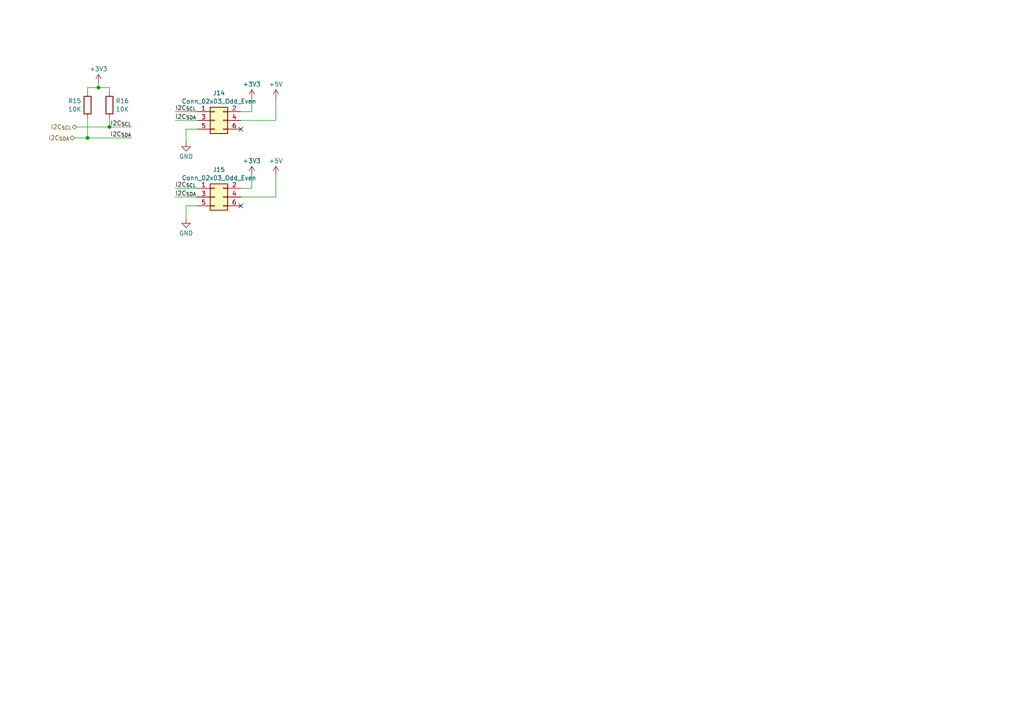
<source format=kicad_sch>
(kicad_sch (version 20231120) (generator "eeschema") (generator_version "8.0")
  (paper "A4")
  (lib_symbols
    (symbol "Connector_Generic:Conn_02x03_Odd_Even" (pin_names (offset 1.016) hide)
      (property "Reference" "J" (at 1.27 5.08 0))
      (property "Value" "Conn_02x03_Odd_Even" (at 1.27 -5.08 0))
      (symbol "Conn_02x03_Odd_Even_1_1"
        (rectangle (start -1.27 -2.413) (end 0 -2.667) (stroke (width 0.1524)))
        (rectangle (start -1.27 0.127) (end 0 -0.127) (stroke (width 0.1524)))
        (rectangle (start -1.27 2.667) (end 0 2.413) (stroke (width 0.1524)))
        (rectangle (start -1.27 3.81) (end 3.81 -3.81) (stroke (width 0.254)) (fill (type background)))
        (rectangle (start 3.81 -2.413) (end 2.54 -2.667) (stroke (width 0.1524)))
        (rectangle (start 3.81 0.127) (end 2.54 -0.127) (stroke (width 0.1524)))
        (rectangle (start 3.81 2.667) (end 2.54 2.413) (stroke (width 0.1524)))
        (pin passive line (at -5.08 2.54 0) (length 3.81) (name "Pin_1") (number "1"))
        (pin passive line (at 7.62 2.54 180) (length 3.81) (name "Pin_2") (number "2"))
        (pin passive line (at -5.08 0 0) (length 3.81) (name "Pin_3") (number "3"))
        (pin passive line (at 7.62 0 180) (length 3.81) (name "Pin_4") (number "4"))
        (pin passive line (at -5.08 -2.54 0) (length 3.81) (name "Pin_5") (number "5"))
        (pin passive line (at 7.62 -2.54 180) (length 3.81) (name "Pin_6") (number "6"))
      )
    )
    (symbol "Device:R" (pin_numbers hide) (pin_names (offset 0))
      (property "Reference" "R" (at 2.032 0 90))
      (property "Value" "R" (at 0 0 90))
      (symbol "R_0_1"
        (rectangle (start -1.016 -2.54) (end 1.016 2.54) (stroke (width 0.254)))
      )
      (symbol "R_1_1"
        (pin passive line (at 0 3.81 270) (length 1.27) (name "~") (number "1"))
        (pin passive line (at 0 -3.81 90) (length 1.27) (name "~") (number "2"))
      )
    )
    (symbol "power:+3V3" (power) (pin_names (offset 0))
      (property "Value" "+3V3" (at 0 3.556 0))
      (symbol "+3V3_0_1"
        (polyline (pts (xy -0.762 1.27) (xy 0 2.54)))
        (polyline (pts (xy 0 0) (xy 0 2.54)))
        (polyline (pts (xy 0 2.54) (xy 0.762 1.27)))
      )
      (symbol "+3V3_1_1"
        (pin power_in line (at 0 0 90) (length 0) hide (name "+3V3") (number "1"))
      )
    )
    (symbol "power:+5V" (power) (pin_names (offset 0))
      (property "Value" "+5V" (at 0 3.556 0))
      (symbol "+5V_0_1"
        (polyline (pts (xy -0.762 1.27) (xy 0 2.54)))
        (polyline (pts (xy 0 0) (xy 0 2.54)))
        (polyline (pts (xy 0 2.54) (xy 0.762 1.27)))
      )
      (symbol "+5V_1_1"
        (pin power_in line (at 0 0 90) (length 0) hide (name "+5V") (number "1"))
      )
    )
    (symbol "power:GND" (power) (pin_names (offset 0))
      (property "Value" "GND" (at 0 -3.81 0))
      (symbol "GND_0_1"
        (polyline (pts (xy 0 0) (xy 0 -1.27) (xy 1.27 -1.27) (xy 0 -2.54) (xy -1.27 -1.27) (xy 0 -1.27)))
      )
      (symbol "GND_1_1"
        (pin power_in line (at 0 0 270) (length 0) hide (name "GND") (number "1"))
      )
    )
  )
  (junction (at 28.575 25.4))
  (junction (at 25.4 40.005))
  (junction (at 31.75 36.83))
  (no_connect (at 69.85 37.465))
  (no_connect (at 69.85 59.69))
  (wire (pts (xy 57.15 59.69) (xy 53.975 59.69)))
  (wire (pts (xy 73.025 28.575) (xy 73.025 32.385)))
  (wire (pts (xy 50.8 32.385) (xy 57.15 32.385)))
  (wire (pts (xy 25.4 26.67) (xy 25.4 25.4)))
  (wire (pts (xy 69.85 34.925) (xy 80.01 34.925)))
  (wire (pts (xy 80.01 28.575) (xy 80.01 34.925)))
  (wire (pts (xy 50.8 57.15) (xy 57.15 57.15)))
  (wire (pts (xy 28.575 25.4) (xy 31.75 25.4)))
  (wire (pts (xy 31.75 36.83) (xy 38.1 36.83)))
  (wire (pts (xy 57.15 37.465) (xy 53.975 37.465)))
  (wire (pts (xy 73.025 50.8) (xy 73.025 54.61)))
  (wire (pts (xy 25.4 25.4) (xy 28.575 25.4)))
  (wire (pts (xy 31.75 34.29) (xy 31.75 36.83)))
  (wire (pts (xy 80.01 50.8) (xy 80.01 57.15)))
  (wire (pts (xy 28.575 24.13) (xy 28.575 25.4)))
  (wire (pts (xy 25.4 40.005) (xy 38.1 40.005)))
  (wire (pts (xy 25.4 34.29) (xy 25.4 40.005)))
  (wire (pts (xy 50.8 54.61) (xy 57.15 54.61)))
  (wire (pts (xy 53.975 59.69) (xy 53.975 63.5)))
  (wire (pts (xy 53.975 37.465) (xy 53.975 41.275)))
  (wire (pts (xy 22.225 36.83) (xy 31.75 36.83)))
  (wire (pts (xy 69.85 32.385) (xy 73.025 32.385)))
  (wire (pts (xy 69.85 57.15) (xy 80.01 57.15)))
  (wire (pts (xy 50.8 34.925) (xy 57.15 34.925)))
  (wire (pts (xy 69.85 54.61) (xy 73.025 54.61)))
  (wire (pts (xy 31.75 26.67) (xy 31.75 25.4)))
  (wire (pts (xy 21.59 40.005) (xy 25.4 40.005)))
  (label "I2C_{SCL}" (at 38.1 36.83 180))
  (label "I2C_{SCL}" (at 50.8 32.385 0))
  (label "I2C_{SDA}" (at 50.8 57.15 0))
  (label "I2C_{SDA}" (at 38.1 40.005 180))
  (label "I2C_{SCL}" (at 50.8 54.61 0))
  (label "I2C_{SDA}" (at 50.8 34.925 0))
  (hierarchical_label "I2C_{SDA}" (shape bidirectional) (at 21.59 40.005 180))
  (hierarchical_label "I2C_{SCL}" (shape bidirectional) (at 22.225 36.83 180))
  (symbol (lib_id "power:+3V3") (at 73.025 28.575 0) (unit 1)
    (property "Reference" "#PWR063" (effects (hide yes)))
    (property "Value" "+3V3" (at 73.025 24.4419 0))
  )
  (symbol (lib_id "power:+3V3") (at 73.025 50.8 0) (unit 1)
    (property "Reference" "#PWR066" (effects (hide yes)))
    (property "Value" "+3V3" (at 73.025 46.6669 0))
  )
  (symbol (lib_id "power:GND") (at 53.975 63.5 0) (unit 1)
    (property "Reference" "#PWR065" (effects (hide yes)))
    (property "Value" "GND" (at 53.975 67.6331 0))
  )
  (symbol (lib_id "Connector_Generic:Conn_02x03_Odd_Even") (at 62.23 34.925 0) (unit 1)
    (property "Reference" "J14" (at 63.5 26.9707 0))
    (property "Value" "Conn_02x03_Odd_Even" (at 63.5 29.3949 0))
    (property "Footprint" "Connector_PinSocket_2.54mm:PinSocket_2x03_P2.54mm_Vertical" (effects (hide yes)))
  )
  (symbol (lib_id "power:+3V3") (at 28.575 24.13 0) (unit 1)
    (property "Reference" "#PWR077" (effects (hide yes)))
    (property "Value" "+3V3" (at 28.575 19.9969 0))
  )
  (symbol (lib_id "Device:R") (at 25.4 30.48 0) (mirror y) (unit 1)
    (property "Reference" "R15" (at 23.622 29.2679 0) (effects (justify left)))
    (property "Value" "10K" (at 23.622 31.6921 0) (effects (justify left)))
    (property "Footprint" "Resistor_SMD:R_0603_1608Metric_Pad0.98x0.95mm_HandSolder" (effects (hide yes)))
  )
  (symbol (lib_id "power:GND") (at 53.975 41.275 0) (unit 1)
    (property "Reference" "#PWR062" (effects (hide yes)))
    (property "Value" "GND" (at 53.975 45.4081 0))
  )
  (symbol (lib_id "Device:R") (at 31.75 30.48 0) (unit 1)
    (property "Reference" "R16" (at 33.528 29.2679 0) (effects (justify left)))
    (property "Value" "10K" (at 33.528 31.6921 0) (effects (justify left)))
    (property "Footprint" "Resistor_SMD:R_0603_1608Metric_Pad0.98x0.95mm_HandSolder" (effects (hide yes)))
  )
  (symbol (lib_id "power:+5V") (at 80.01 50.8 0) (unit 1)
    (property "Reference" "#PWR067" (effects (hide yes)))
    (property "Value" "+5V" (at 80.01 46.6669 0))
  )
  (symbol (lib_id "power:+5V") (at 80.01 28.575 0) (unit 1)
    (property "Reference" "#PWR064" (effects (hide yes)))
    (property "Value" "+5V" (at 80.01 24.4419 0))
  )
  (symbol (lib_id "Connector_Generic:Conn_02x03_Odd_Even") (at 62.23 57.15 0) (unit 1)
    (property "Reference" "J15" (at 63.5 49.1957 0))
    (property "Value" "Conn_02x03_Odd_Even" (at 63.5 51.6199 0))
    (property "Footprint" "Connector_PinSocket_2.54mm:PinSocket_2x03_P2.54mm_Vertical" (effects (hide yes)))
  )
)
</source>
